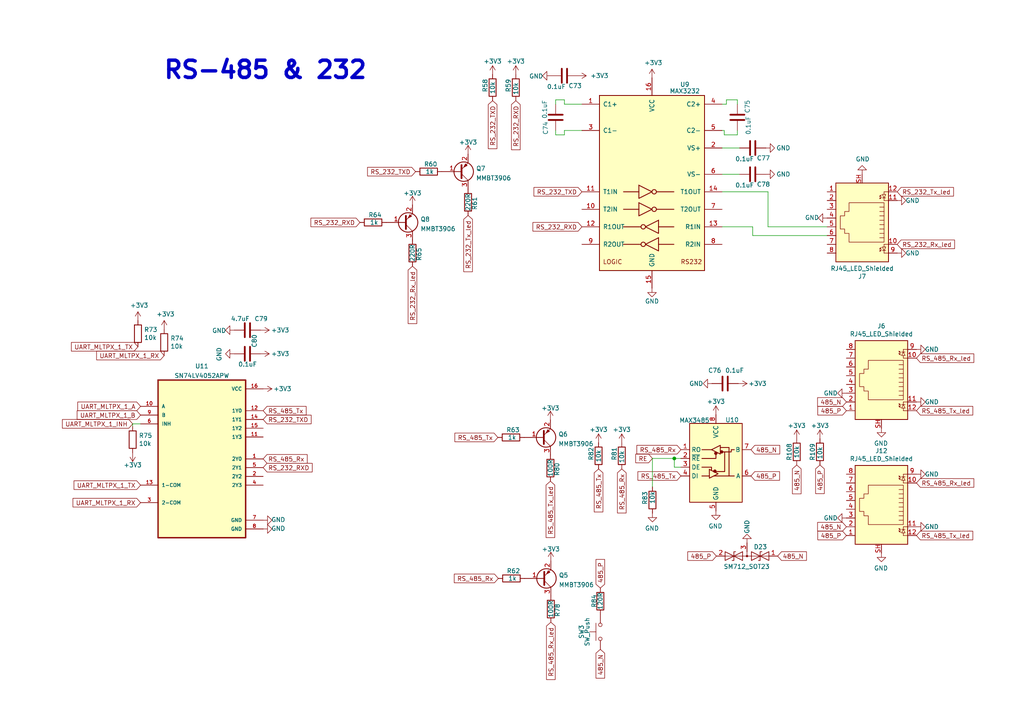
<source format=kicad_sch>
(kicad_sch (version 20211123) (generator eeschema)
  (paper "A4")
  (lib_symbols
    (symbol "Connector:RJ45_LED_Shielded" (pin_names (offset 1.016))
      (property "Reference" "J" (at -5.08 13.97 0))
      (property "Value" "RJ45_LED_Shielded" (at 1.27 13.97 0))
      (symbol "RJ45_LED_Shielded_0_1"
        (polyline (pts (xy -7.62 -7.62) (xy -6.35 -7.62)))
        (polyline (pts (xy -7.62 -5.08) (xy -6.35 -5.08)))
        (polyline (pts (xy -7.62 7.62) (xy -6.35 7.62)))
        (polyline (pts (xy -7.62 10.16) (xy -6.35 10.16)))
        (polyline (pts (xy -6.858 -5.842) (xy -5.842 -5.842)))
        (polyline (pts (xy -6.858 9.398) (xy -5.842 9.398)))
        (polyline (pts (xy -6.35 -7.62) (xy -6.35 -6.858)))
        (polyline (pts (xy -6.35 -5.08) (xy -6.35 -5.842)))
        (polyline (pts (xy -6.35 7.62) (xy -6.35 8.382)))
        (polyline (pts (xy -6.35 10.16) (xy -6.35 9.398)))
        (polyline (pts (xy -5.08 -6.223) (xy -5.207 -6.604)))
        (polyline (pts (xy -5.08 -5.588) (xy -5.207 -5.969)))
        (polyline (pts (xy -5.08 4.445) (xy -6.35 4.445)))
        (polyline (pts (xy -5.08 5.715) (xy -6.35 5.715)))
        (polyline (pts (xy -5.08 9.017) (xy -5.207 8.636)))
        (polyline (pts (xy -5.08 9.652) (xy -5.207 9.271)))
        (polyline (pts (xy -6.35 -3.175) (xy -5.08 -3.175) (xy -5.08 -3.175)))
        (polyline (pts (xy -6.35 -1.905) (xy -5.08 -1.905) (xy -5.08 -1.905)))
        (polyline (pts (xy -6.35 -0.635) (xy -5.08 -0.635) (xy -5.08 -0.635)))
        (polyline (pts (xy -6.35 0.635) (xy -5.08 0.635) (xy -5.08 0.635)))
        (polyline (pts (xy -6.35 1.905) (xy -5.08 1.905) (xy -5.08 1.905)))
        (polyline (pts (xy -5.588 -6.731) (xy -5.08 -6.223) (xy -5.461 -6.35)))
        (polyline (pts (xy -5.588 -6.096) (xy -5.08 -5.588) (xy -5.461 -5.715)))
        (polyline (pts (xy -5.588 8.509) (xy -5.08 9.017) (xy -5.461 8.89)))
        (polyline (pts (xy -5.588 9.144) (xy -5.08 9.652) (xy -5.461 9.525)))
        (polyline (pts (xy -5.08 3.175) (xy -6.35 3.175) (xy -6.35 3.175)))
        (polyline (pts (xy -6.35 -5.842) (xy -6.858 -6.858) (xy -5.842 -6.858) (xy -6.35 -5.842)))
        (polyline (pts (xy -6.35 9.398) (xy -6.858 8.382) (xy -5.842 8.382) (xy -6.35 9.398)))
        (polyline (pts (xy -6.35 -4.445) (xy -6.35 6.985) (xy 3.81 6.985) (xy 3.81 4.445) (xy 5.08 4.445) (xy 5.08 3.175) (xy 6.35 3.175) (xy 6.35 -0.635) (xy 5.08 -0.635) (xy 5.08 -1.905) (xy 3.81 -1.905) (xy 3.81 -4.445) (xy -6.35 -4.445) (xy -6.35 -4.445)))
        (rectangle (start 7.62 12.7) (end -7.62 -10.16) (stroke (width 0.254)) (fill (type background)))
      )
      (symbol "RJ45_LED_Shielded_1_1"
        (pin passive line (at 10.16 -7.62 180) (length 2.54) (name "~") (number "1"))
        (pin passive line (at -10.16 7.62 0) (length 2.54) (name "~") (number "10"))
        (pin passive line (at -10.16 -5.08 0) (length 2.54) (name "~") (number "11"))
        (pin passive line (at -10.16 -7.62 0) (length 2.54) (name "~") (number "12"))
        (pin passive line (at 10.16 -5.08 180) (length 2.54) (name "~") (number "2"))
        (pin passive line (at 10.16 -2.54 180) (length 2.54) (name "~") (number "3"))
        (pin passive line (at 10.16 0 180) (length 2.54) (name "~") (number "4"))
        (pin passive line (at 10.16 2.54 180) (length 2.54) (name "~") (number "5"))
        (pin passive line (at 10.16 5.08 180) (length 2.54) (name "~") (number "6"))
        (pin passive line (at 10.16 7.62 180) (length 2.54) (name "~") (number "7"))
        (pin passive line (at 10.16 10.16 180) (length 2.54) (name "~") (number "8"))
        (pin passive line (at -10.16 10.16 0) (length 2.54) (name "~") (number "9"))
        (pin passive line (at 0 -12.7 90) (length 2.54) (name "~") (number "SH"))
      )
    )
    (symbol "Device:C" (pin_numbers hide) (pin_names (offset 0.254))
      (property "Reference" "C" (at 0.635 2.54 0))
      (property "Value" "C" (at 0.635 -2.54 0))
      (symbol "C_0_1"
        (polyline (pts (xy -2.032 -0.762) (xy 2.032 -0.762)) (stroke (width 0.508)))
        (polyline (pts (xy -2.032 0.762) (xy 2.032 0.762)) (stroke (width 0.508)))
      )
      (symbol "C_1_1"
        (pin passive line (at 0 3.81 270) (length 2.794) (name "~") (number "1"))
        (pin passive line (at 0 -3.81 90) (length 2.794) (name "~") (number "2"))
      )
    )
    (symbol "Device:R" (pin_numbers hide) (pin_names (offset 0))
      (property "Reference" "R" (at 2.032 0 90))
      (property "Value" "R" (at 0 0 90))
      (symbol "R_0_1"
        (rectangle (start -1.016 -2.54) (end 1.016 2.54) (stroke (width 0.254)))
      )
      (symbol "R_1_1"
        (pin passive line (at 0 3.81 270) (length 1.27) (name "~") (number "1"))
        (pin passive line (at 0 -3.81 90) (length 1.27) (name "~") (number "2"))
      )
    )
    (symbol "Diode:SM712_SOT23" (pin_names (offset 1.016) hide)
      (property "Reference" "D" (at 0 4.445 0))
      (property "Value" "SM712_SOT23" (at 0 2.54 0))
      (symbol "SM712_SOT23_0_0"
        (polyline (pts (xy 0 -1.27) (xy 0 0)))
      )
      (symbol "SM712_SOT23_0_1"
        (polyline (pts (xy -6.35 0) (xy 6.35 0)))
        (polyline (pts (xy -3.302 1.27) (xy -3.81 1.27) (xy -3.81 -1.27) (xy -4.318 -1.27)) (stroke (width 0.2032)))
        (polyline (pts (xy 4.318 1.27) (xy 3.81 1.27) (xy 3.81 -1.27) (xy 3.302 -1.27)) (stroke (width 0.2032)))
        (polyline (pts (xy -6.35 -1.27) (xy -1.27 1.27) (xy -1.27 -1.27) (xy -6.35 1.27) (xy -6.35 -1.27)) (stroke (width 0.2032)))
        (polyline (pts (xy 1.27 -1.27) (xy 1.27 1.27) (xy 6.35 -1.27) (xy 6.35 1.27) (xy 1.27 -1.27)) (stroke (width 0.2032)))
        (circle (center 0 0) (radius 0.254) (fill (type outline)))
      )
      (symbol "SM712_SOT23_1_1"
        (pin passive line (at -8.89 0 0) (length 2.54) (name "A1") (number "1"))
        (pin passive line (at 8.89 0 180) (length 2.54) (name "A2") (number "2"))
        (pin input line (at 0 -3.81 90) (length 2.54) (name "common") (number "3"))
      )
    )
    (symbol "Interface_UART:MAX3232" (pin_names (offset 1.016))
      (property "Reference" "U" (at -2.54 28.575 0))
      (property "Value" "MAX3232" (at -2.54 26.67 0))
      (symbol "MAX3232_0_0"
        (text "LOGIC" (at -11.43 -22.86 0) (effects (font (size 1.27 1.27))))
        (text "RS232" (at 11.43 -22.86 0) (effects (font (size 1.27 1.27))))
      )
      (symbol "MAX3232_0_1"
        (rectangle (start -15.24 -25.4) (end 15.24 25.4) (stroke (width 0.254)) (fill (type background)))
        (circle (center -2.54 -17.78) (radius 0.635) (stroke (width 0.254)))
        (circle (center -2.54 -12.7) (radius 0.635) (stroke (width 0.254)))
        (polyline (pts (xy -3.81 -7.62) (xy -8.255 -7.62)) (stroke (width 0.254)))
        (polyline (pts (xy -3.81 -2.54) (xy -8.255 -2.54)) (stroke (width 0.254)))
        (polyline (pts (xy -3.175 -17.78) (xy -8.255 -17.78)) (stroke (width 0.254)))
        (polyline (pts (xy -3.175 -12.7) (xy -8.255 -12.7)) (stroke (width 0.254)))
        (polyline (pts (xy 1.27 -7.62) (xy 6.35 -7.62)) (stroke (width 0.254)))
        (polyline (pts (xy 1.27 -2.54) (xy 6.35 -2.54)) (stroke (width 0.254)))
        (polyline (pts (xy 1.905 -17.78) (xy 6.35 -17.78)) (stroke (width 0.254)))
        (polyline (pts (xy 1.905 -12.7) (xy 6.35 -12.7)) (stroke (width 0.254)))
        (polyline (pts (xy -3.81 -5.715) (xy -3.81 -9.525) (xy 0 -7.62) (xy -3.81 -5.715)) (stroke (width 0.254)))
        (polyline (pts (xy -3.81 -0.635) (xy -3.81 -4.445) (xy 0 -2.54) (xy -3.81 -0.635)) (stroke (width 0.254)))
        (polyline (pts (xy 1.905 -15.875) (xy 1.905 -19.685) (xy -1.905 -17.78) (xy 1.905 -15.875)) (stroke (width 0.254)))
        (polyline (pts (xy 1.905 -10.795) (xy 1.905 -14.605) (xy -1.905 -12.7) (xy 1.905 -10.795)) (stroke (width 0.254)))
        (circle (center 0.635 -7.62) (radius 0.635) (stroke (width 0.254)))
        (circle (center 0.635 -2.54) (radius 0.635) (stroke (width 0.254)))
      )
      (symbol "MAX3232_1_1"
        (pin passive line (at -20.32 22.86 0) (length 5.08) (name "C1+") (number "1"))
        (pin input line (at -20.32 -7.62 0) (length 5.08) (name "T2IN") (number "10"))
        (pin input line (at -20.32 -2.54 0) (length 5.08) (name "T1IN") (number "11"))
        (pin output line (at -20.32 -12.7 0) (length 5.08) (name "R1OUT") (number "12"))
        (pin input line (at 20.32 -12.7 180) (length 5.08) (name "R1IN") (number "13"))
        (pin output line (at 20.32 -2.54 180) (length 5.08) (name "T1OUT") (number "14"))
        (pin power_in line (at 0 -30.48 90) (length 5.08) (name "GND") (number "15"))
        (pin power_in line (at 0 30.48 270) (length 5.08) (name "VCC") (number "16"))
        (pin power_out line (at 20.32 10.16 180) (length 5.08) (name "VS+") (number "2"))
        (pin passive line (at -20.32 15.24 0) (length 5.08) (name "C1-") (number "3"))
        (pin passive line (at 20.32 22.86 180) (length 5.08) (name "C2+") (number "4"))
        (pin passive line (at 20.32 15.24 180) (length 5.08) (name "C2-") (number "5"))
        (pin power_out line (at 20.32 2.54 180) (length 5.08) (name "VS-") (number "6"))
        (pin output line (at 20.32 -7.62 180) (length 5.08) (name "T2OUT") (number "7"))
        (pin input line (at 20.32 -17.78 180) (length 5.08) (name "R2IN") (number "8"))
        (pin output line (at -20.32 -17.78 0) (length 5.08) (name "R2OUT") (number "9"))
      )
    )
    (symbol "Interface_UART:MAX3485"
      (property "Reference" "U" (at -6.096 11.43 0))
      (property "Value" "MAX3485" (at 0.762 11.43 0))
      (symbol "MAX3485_0_1"
        (rectangle (start -7.62 10.16) (end 7.62 -12.7) (stroke (width 0.254)) (fill (type background)))
        (circle (center -0.3048 -3.683) (radius 0.3556) (stroke (width 0.254)) (fill (type outline)))
        (circle (center -0.0254 1.4986) (radius 0.3556) (stroke (width 0.254)) (fill (type outline)))
        (polyline (pts (xy -4.064 -5.08) (xy -1.905 -5.08)) (stroke (width 0.254)))
        (polyline (pts (xy -4.064 2.54) (xy -1.27 2.54)) (stroke (width 0.254)))
        (polyline (pts (xy -1.27 -3.2004) (xy -1.27 -3.4544)) (stroke (width 0.254)))
        (polyline (pts (xy -0.635 -5.08) (xy 5.334 -5.08)) (stroke (width 0.254)))
        (polyline (pts (xy -4.064 -2.54) (xy -1.27 -2.54) (xy -1.27 -3.175)) (stroke (width 0.254)))
        (polyline (pts (xy 0 1.27) (xy 0 0) (xy -4.064 0)) (stroke (width 0.254)))
        (polyline (pts (xy 1.27 3.175) (xy 3.81 3.175) (xy 3.81 -5.08)) (stroke (width 0.254)))
        (polyline (pts (xy 2.54 1.905) (xy 2.54 -3.81) (xy 0 -3.81)) (stroke (width 0.254)))
        (polyline (pts (xy -1.905 -3.175) (xy -1.905 -5.715) (xy 0.635 -4.445) (xy -1.905 -3.175)) (stroke (width 0.254)))
        (polyline (pts (xy -1.27 2.54) (xy 1.27 3.81) (xy 1.27 1.27) (xy -1.27 2.54)) (stroke (width 0.254)))
        (polyline (pts (xy 1.905 1.905) (xy 4.445 1.905) (xy 4.445 2.54) (xy 5.334 2.54)) (stroke (width 0.254)))
        (rectangle (start 1.27 3.175) (end 1.27 3.175))
        (circle (center 1.651 1.905) (radius 0.3556) (stroke (width 0.254)) (fill (type outline)))
      )
      (symbol "MAX3485_1_1"
        (pin output line (at -10.16 2.54 0) (length 2.54) (name "RO") (number "1"))
        (pin input line (at -10.16 0 0) (length 2.54) (name "~{RE}") (number "2"))
        (pin input line (at -10.16 -2.54 0) (length 2.54) (name "DE") (number "3"))
        (pin input line (at -10.16 -5.08 0) (length 2.54) (name "DI") (number "4"))
        (pin power_in line (at 0 -15.24 90) (length 2.54) (name "GND") (number "5"))
        (pin bidirectional line (at 10.16 -5.08 180) (length 2.54) (name "A") (number "6"))
        (pin bidirectional line (at 10.16 2.54 180) (length 2.54) (name "B") (number "7"))
        (pin power_in line (at 0 12.7 270) (length 2.54) (name "VCC") (number "8"))
      )
    )
    (symbol "Switch:SW_Push" (pin_numbers hide) (pin_names (offset 1.016) hide)
      (property "Reference" "SW" (at 1.27 2.54 0))
      (property "Value" "SW_Push" (at 0 -1.524 0))
      (symbol "SW_Push_0_1"
        (circle (center -2.032 0) (radius 0.508))
        (polyline (pts (xy 0 1.27) (xy 0 3.048)))
        (polyline (pts (xy 2.54 1.27) (xy -2.54 1.27)))
        (circle (center 2.032 0) (radius 0.508))
        (pin passive line (at -5.08 0 0) (length 2.54) (name "1") (number "1"))
        (pin passive line (at 5.08 0 180) (length 2.54) (name "2") (number "2"))
      )
    )
    (symbol "Symbols:SN74LV4052APW" (pin_names (offset 1.016))
      (property "Reference" "U" (at -12.7 23.8506 0))
      (property "Value" "SN74LV4052APW" (at -12.7 -26.8478 0))
      (symbol "SN74LV4052APW_0_0"
        (rectangle (start -12.7 -22.86) (end 12.7 22.86) (stroke (width 0.4064)) (fill (type background)))
        (pin output line (at 17.78 0 180) (length 5.08) (name "2Y0") (number "1"))
        (pin input line (at -17.78 15.24 0) (length 5.08) (name "A") (number "10"))
        (pin output line (at 17.78 6.35 180) (length 5.08) (name "1Y3") (number "11"))
        (pin output line (at 17.78 13.97 180) (length 5.08) (name "1Y0") (number "12"))
        (pin bidirectional line (at -17.78 -7.62 0) (length 5.08) (name "1-COM") (number "13"))
        (pin output line (at 17.78 11.43 180) (length 5.08) (name "1Y1") (number "14"))
        (pin output line (at 17.78 8.89 180) (length 5.08) (name "1Y2") (number "15"))
        (pin power_in line (at 17.78 20.32 180) (length 5.08) (name "VCC") (number "16"))
        (pin output line (at 17.78 -5.08 180) (length 5.08) (name "2Y2") (number "2"))
        (pin bidirectional line (at -17.78 -12.7 0) (length 5.08) (name "2-COM") (number "3"))
        (pin output line (at 17.78 -7.62 180) (length 5.08) (name "2Y3") (number "4"))
        (pin output line (at 17.78 -2.54 180) (length 5.08) (name "2Y1") (number "5"))
        (pin input line (at -17.78 10.16 0) (length 5.08) (name "INH") (number "6"))
        (pin power_in line (at 17.78 -17.78 180) (length 5.08) (name "GND") (number "7"))
        (pin power_in line (at 17.78 -20.32 180) (length 5.08) (name "GND") (number "8"))
        (pin input line (at -17.78 12.7 0) (length 5.08) (name "B") (number "9"))
      )
    )
    (symbol "Transistor_BJT:MMBT3906" (pin_names (offset 0) hide)
      (property "Reference" "Q" (at 5.08 1.905 0))
      (property "Value" "MMBT3906" (at 5.08 0 0))
      (symbol "MMBT3906_0_1"
        (polyline (pts (xy 0.635 0.635) (xy 2.54 2.54)))
        (polyline (pts (xy 0.635 -0.635) (xy 2.54 -2.54) (xy 2.54 -2.54)))
        (polyline (pts (xy 0.635 1.905) (xy 0.635 -1.905) (xy 0.635 -1.905)) (stroke (width 0.508)))
        (polyline (pts (xy 2.286 -1.778) (xy 1.778 -2.286) (xy 1.27 -1.27) (xy 2.286 -1.778) (xy 2.286 -1.778)) (fill (type outline)))
        (circle (center 1.27 0) (radius 2.8194) (stroke (width 0.254)))
      )
      (symbol "MMBT3906_1_1"
        (pin input line (at -5.08 0 0) (length 5.715) (name "B") (number "1"))
        (pin passive line (at 2.54 -5.08 90) (length 2.54) (name "E") (number "2"))
        (pin passive line (at 2.54 5.08 270) (length 2.54) (name "C") (number "3"))
      )
    )
    (symbol "power:+3.3V" (power) (pin_names (offset 0))
      (property "Value" "+3.3V" (at 0 3.556 0))
      (symbol "+3.3V_0_1"
        (polyline (pts (xy -0.762 1.27) (xy 0 2.54)))
        (polyline (pts (xy 0 0) (xy 0 2.54)))
        (polyline (pts (xy 0 2.54) (xy 0.762 1.27)))
      )
      (symbol "+3.3V_1_1"
        (pin power_in line (at 0 0 90) (length 0) hide (name "+3V3") (number "1"))
      )
    )
    (symbol "power:GND" (power) (pin_names (offset 0))
      (property "Value" "GND" (at 0 -3.81 0))
      (symbol "GND_0_1"
        (polyline (pts (xy 0 0) (xy 0 -1.27) (xy 1.27 -1.27) (xy 0 -2.54) (xy -1.27 -1.27) (xy 0 -1.27)))
      )
      (symbol "GND_1_1"
        (pin power_in line (at 0 0 270) (length 0) hide (name "GND") (number "1"))
      )
    )
  )
  (junction (at 195.58 132.969))
  (wire (pts (xy 189.23 132.969) (xy 189.23 141.224)))
  (wire (pts (xy 197.485 132.969) (xy 195.58 132.969)))
  (wire (pts (xy 195.58 135.509) (xy 195.58 132.969)))
  (wire (pts (xy 161.163 39.116) (xy 163.703 39.116)))
  (wire (pts (xy 210.058 39.116) (xy 213.868 39.116)))
  (wire (pts (xy 213.868 39.116) (xy 213.868 37.846)))
  (wire (pts (xy 161.163 37.846) (xy 161.163 39.116)))
  (wire (pts (xy 239.903 65.786) (xy 222.758 65.786)))
  (wire (pts (xy 195.58 132.969) (xy 189.23 132.969)))
  (wire (pts (xy 210.693 30.226) (xy 210.693 28.956)))
  (wire (pts (xy 163.703 28.956) (xy 163.703 30.226)))
  (wire (pts (xy 163.703 39.116) (xy 163.703 37.846)))
  (wire (pts (xy 161.163 30.226) (xy 161.163 28.956)))
  (wire (pts (xy 38.481 122.936) (xy 40.767 122.936)))
  (wire (pts (xy 197.485 135.509) (xy 195.58 135.509)))
  (wire (pts (xy 213.868 28.956) (xy 213.868 30.226)))
  (wire (pts (xy 239.903 68.326) (xy 218.313 68.326)))
  (wire (pts (xy 210.058 37.846) (xy 210.058 39.116)))
  (wire (pts (xy 209.423 42.926) (xy 214.503 42.926)))
  (wire (pts (xy 222.758 55.626) (xy 209.423 55.626)))
  (wire (pts (xy 210.693 28.956) (xy 213.868 28.956)))
  (wire (pts (xy 163.703 37.846) (xy 168.783 37.846)))
  (wire (pts (xy 214.503 50.546) (xy 209.423 50.546)))
  (wire (pts (xy 222.758 65.786) (xy 222.758 55.626)))
  (wire (pts (xy 218.313 68.326) (xy 218.313 65.786)))
  (wire (pts (xy 38.481 123.698) (xy 38.481 122.936)))
  (wire (pts (xy 209.423 37.846) (xy 210.058 37.846)))
  (wire (pts (xy 209.423 30.226) (xy 210.693 30.226)))
  (wire (pts (xy 218.313 65.786) (xy 209.423 65.786)))
  (wire (pts (xy 163.703 30.226) (xy 168.783 30.226)))
  (wire (pts (xy 161.163 28.956) (xy 163.703 28.956)))
  (text "RS-485 & 232" (at 47.117 23.368 0) (effects (font (size 5.0038 5.0038) (thickness 1.0008) bold) (justify left bottom)))
  (global_label "485_P" (shape input) (at 237.8202 134.874 270) (property "Intersheet References" "${INTERSHEET_REFS}" (effects hide)))
  (global_label "485_N" (shape input) (at 174.117 188.341 270) (property "Intersheet References" "${INTERSHEET_REFS}" (effects hide)))
  (global_label "RS_485_Rx" (shape input) (at 144.526 167.767 180) (property "Intersheet References" "${INTERSHEET_REFS}" (effects hide)))
  (global_label "RS_232_RXD" (shape input) (at 168.783 65.786 180) (property "Intersheet References" "${INTERSHEET_REFS}" (effects hide)))
  (global_label "485_P" (shape input) (at 245.491 119.126 180) (property "Intersheet References" "${INTERSHEET_REFS}" (effects hide)))
  (global_label "485_P" (shape input) (at 207.772 161.29 180) (property "Intersheet References" "${INTERSHEET_REFS}" (effects hide)))
  (global_label "RS_485_Rx_led" (shape input) (at 265.811 103.886 0) (property "Intersheet References" "${INTERSHEET_REFS}" (effects hide)))
  (global_label "RS_485_Tx_led" (shape input) (at 159.639 139.573 270) (property "Intersheet References" "${INTERSHEET_REFS}" (effects hide)))
  (global_label "RS_485_Rx_led" (shape input) (at 265.811 140.081 0) (property "Intersheet References" "${INTERSHEET_REFS}" (effects hide)))
  (global_label "RS_232_Rx_led" (shape input) (at 119.634 77.216 270) (property "Intersheet References" "${INTERSHEET_REFS}" (effects hide)))
  (global_label "RS_485_Tx" (shape input) (at 76.327 119.126 0) (property "Intersheet References" "${INTERSHEET_REFS}" (effects hide)))
  (global_label "UART_MLTPX_1_INH" (shape input) (at 38.481 122.936 180) (property "Intersheet References" "${INTERSHEET_REFS}" (effects hide)))
  (global_label "485_N" (shape input) (at 231.0892 134.874 270) (property "Intersheet References" "${INTERSHEET_REFS}" (effects hide)))
  (global_label "RS_232_Rx_led" (shape input) (at 260.223 70.866 0) (property "Intersheet References" "${INTERSHEET_REFS}" (effects hide)))
  (global_label "RS_485_Tx" (shape input) (at 197.485 138.049 180) (property "Intersheet References" "${INTERSHEET_REFS}" (effects hide)))
  (global_label "RS_485_Tx" (shape input) (at 144.399 126.873 180) (property "Intersheet References" "${INTERSHEET_REFS}" (effects hide)))
  (global_label "RS_485_Tx_led" (shape input) (at 265.811 155.321 0) (property "Intersheet References" "${INTERSHEET_REFS}" (effects hide)))
  (global_label "RS_485_Rx" (shape input) (at 76.327 133.096 0) (property "Intersheet References" "${INTERSHEET_REFS}" (effects hide)))
  (global_label "RS_232_RXD" (shape input) (at 149.606 29.21 270) (property "Intersheet References" "${INTERSHEET_REFS}" (effects hide)))
  (global_label "485_N" (shape input) (at 245.491 152.781 180) (property "Intersheet References" "${INTERSHEET_REFS}" (effects hide)))
  (global_label "RE" (shape input) (at 189.23 132.969 180) (property "Intersheet References" "${INTERSHEET_REFS}" (effects hide)))
  (global_label "RS_485_Rx" (shape input) (at 180.34 136.017 270) (property "Intersheet References" "${INTERSHEET_REFS}" (effects hide)))
  (global_label "RS_485_Rx" (shape input) (at 197.485 130.429 180) (property "Intersheet References" "${INTERSHEET_REFS}" (effects hide)))
  (global_label "UART_MLTPX_1_A" (shape input) (at 40.767 117.856 180) (property "Intersheet References" "${INTERSHEET_REFS}" (effects hide)))
  (global_label "RS_485_Tx_led" (shape input) (at 265.811 119.126 0) (property "Intersheet References" "${INTERSHEET_REFS}" (effects hide)))
  (global_label "RS_232_TXD" (shape input) (at 168.783 55.626 180) (property "Intersheet References" "${INTERSHEET_REFS}" (effects hide)))
  (global_label "RS_232_RXD" (shape input) (at 76.327 135.636 0) (property "Intersheet References" "${INTERSHEET_REFS}" (effects hide)))
  (global_label "485_N" (shape input) (at 225.552 161.29 0) (property "Intersheet References" "${INTERSHEET_REFS}" (effects hide)))
  (global_label "RS_485_Rx_led" (shape input) (at 159.766 180.467 270) (property "Intersheet References" "${INTERSHEET_REFS}" (effects hide)))
  (global_label "RS_232_Tx_led" (shape input) (at 260.223 55.626 0) (property "Intersheet References" "${INTERSHEET_REFS}" (effects hide)))
  (global_label "RS_232_Tx_led" (shape input) (at 135.763 62.484 270) (property "Intersheet References" "${INTERSHEET_REFS}" (effects hide)))
  (global_label "RS_232_TXD" (shape input) (at 142.875 29.21 270) (property "Intersheet References" "${INTERSHEET_REFS}" (effects hide)))
  (global_label "UART_MLTPX_1_RX" (shape input) (at 40.767 145.796 180) (property "Intersheet References" "${INTERSHEET_REFS}" (effects hide)))
  (global_label "UART_MLTPX_1_TX" (shape input) (at 40.005 100.584 180) (property "Intersheet References" "${INTERSHEET_REFS}" (effects hide)))
  (global_label "RS_232_RXD" (shape input) (at 104.394 64.516 180) (property "Intersheet References" "${INTERSHEET_REFS}" (effects hide)))
  (global_label "UART_MLTPX_1_TX" (shape input) (at 40.767 140.716 180) (property "Intersheet References" "${INTERSHEET_REFS}" (effects hide)))
  (global_label "RS_232_TXD" (shape input) (at 120.523 49.784 180) (property "Intersheet References" "${INTERSHEET_REFS}" (effects hide)))
  (global_label "RS_232_TXD" (shape input) (at 76.327 121.666 0) (property "Intersheet References" "${INTERSHEET_REFS}" (effects hide)))
  (global_label "UART_MLTPX_1_B" (shape input) (at 40.767 120.396 180) (property "Intersheet References" "${INTERSHEET_REFS}" (effects hide)))
  (global_label "485_P" (shape input) (at 217.805 138.049 0) (property "Intersheet References" "${INTERSHEET_REFS}" (effects hide)))
  (global_label "485_P" (shape input) (at 245.491 155.321 180) (property "Intersheet References" "${INTERSHEET_REFS}" (effects hide)))
  (global_label "485_N" (shape input) (at 217.805 130.429 0) (property "Intersheet References" "${INTERSHEET_REFS}" (effects hide)))
  (global_label "485_P" (shape input) (at 174.117 170.561 90) (property "Intersheet References" "${INTERSHEET_REFS}" (effects hide)))
  (global_label "UART_MLTPX_1_RX" (shape input) (at 47.625 103.124 180) (property "Intersheet References" "${INTERSHEET_REFS}" (effects hide)))
  (global_label "485_N" (shape input) (at 245.491 116.586 180) (property "Intersheet References" "${INTERSHEET_REFS}" (effects hide)))
  (global_label "RS_485_Tx" (shape input) (at 173.609 136.017 270) (property "Intersheet References" "${INTERSHEET_REFS}" (effects hide)))
  (symbol (lib_id "Transistor_BJT:MMBT3906") (at 157.099 126.873 0) (mirror x) (unit 1)
    (property "Reference" "Q6" (at 161.9504 125.9645 0) (effects (justify left)))
    (property "Value" "MMBT3906" (at 161.9504 128.7396 0) (effects (justify left)))
    (property "Footprint" "Package_TO_SOT_SMD:SOT-23" (effects hide))
    (property "Datasheet" "https://www.onsemi.com/pub/Collateral/2N3906-D.PDF" (effects hide))
  )
  (symbol (lib_id "power:+3.3V") (at 189.103 22.606 0) (unit 1)
    (property "Reference" "#PWR045" (effects hide))
    (property "Value" "+3.3V" (at 189.484 18.2118 0))
  )
  (symbol (lib_id "power:GND") (at 216.662 157.48 180) (unit 1)
    (property "Reference" "#PWR035" (effects hide))
    (property "Value" "GND" (at 216.662 152.781 90))
  )
  (symbol (lib_id "Connector:RJ45_LED_Shielded") (at 255.651 147.701 0) (mirror y) (unit 1)
    (property "Reference" "J12" (at 255.651 130.7592 0))
    (property "Value" "RJ45_LED_Shielded" (at 255.651 133.0706 0))
    (property "Footprint" "Connector_RJ:RJ45_Amphenol_RJHSE538X" (effects hide))
  )
  (symbol (lib_id "power:+3.3V") (at 40.005 92.964 0) (unit 1)
    (property "Reference" "#PWR055" (effects hide))
    (property "Value" "+3.3V" (at 40.386 88.5698 0))
  )
  (symbol (lib_id "Transistor_BJT:MMBT3906") (at 157.226 167.767 0) (mirror x) (unit 1)
    (property "Reference" "Q5" (at 162.0774 166.8585 0) (effects (justify left)))
    (property "Value" "MMBT3906" (at 162.0774 169.6336 0) (effects (justify left)))
    (property "Footprint" "Package_TO_SOT_SMD:SOT-23" (effects hide))
    (property "Datasheet" "https://www.onsemi.com/pub/Collateral/2N3906-D.PDF" (effects hide))
  )
  (symbol (lib_id "power:GND") (at 222.123 50.546 90) (unit 1)
    (property "Reference" "#PWR048" (effects hide))
    (property "Value" "GND" (at 227.203 50.546 90))
  )
  (symbol (lib_id "power:GND") (at 222.123 42.926 90) (unit 1)
    (property "Reference" "#PWR046" (effects hide))
    (property "Value" "GND" (at 227.203 42.926 90))
  )
  (symbol (lib_id "power:+3.3V") (at 135.763 44.704 0) (mirror y) (unit 1)
    (property "Reference" "#PWR047" (effects hide))
    (property "Value" "+3.3V" (at 135.763 41.275 0))
  )
  (symbol (lib_id "power:GND") (at 189.103 83.566 0) (unit 1)
    (property "Reference" "#PWR054" (effects hide))
    (property "Value" "GND" (at 189.103 87.376 0))
  )
  (symbol (lib_id "Connector:RJ45_LED_Shielded") (at 250.063 63.246 180) (unit 1)
    (property "Reference" "J7" (at 250.063 80.1878 0))
    (property "Value" "RJ45_LED_Shielded" (at 250.063 77.8764 0))
    (property "Footprint" "Connector_RJ:RJ45_Amphenol_RJHSE538X" (effects hide))
  )
  (symbol (lib_id "power:+3.3V") (at 159.639 121.793 0) (mirror y) (unit 1)
    (property "Reference" "#PWR020" (effects hide))
    (property "Value" "+3.3V" (at 159.639 118.364 0))
  )
  (symbol (lib_id "Device:C") (at 218.313 42.926 270) (unit 1)
    (property "Reference" "C77" (at 219.4814 45.847 90) (effects (justify left)))
    (property "Value" "0.1uF" (at 213.233 46.101 90) (effects (justify left)))
    (property "Footprint" "Capacitor_SMD:C_0603_1608Metric" (effects hide))
  )
  (symbol (lib_id "Device:C") (at 71.755 95.758 270) (unit 1)
    (property "Reference" "C79" (at 73.787 92.456 90) (effects (justify left)))
    (property "Value" "4.7uF" (at 66.929 92.456 90) (effects (justify left)))
    (property "Footprint" "Capacitor_SMD:C_0805_2012Metric" (effects hide))
  )
  (symbol (lib_id "power:GND") (at 260.223 73.406 90) (mirror x) (unit 1)
    (property "Reference" "#PWR053" (effects hide))
    (property "Value" "GND" (at 264.668 73.406 90))
  )
  (symbol (lib_id "Switch:SW_Push") (at 174.117 183.261 90) (mirror x) (unit 1)
    (property "Reference" "SW3" (at 168.656 183.261 0))
    (property "Value" "SW_Push" (at 170.307 183.261 0))
    (property "Footprint" "Button_Switch_THT:SW_DIP_SPSTx01_Slide_9.78x4.72mm_W7.62mm_P2.54mm" (effects hide))
  )
  (symbol (lib_id "Device:R") (at 124.333 49.784 90) (mirror x) (unit 1)
    (property "Reference" "R60" (at 126.873 47.625 90) (effects (justify left)))
    (property "Value" "1k" (at 125.857 49.784 90) (effects (justify left)))
    (property "Footprint" "Resistor_SMD:R_0603_1608Metric" (effects hide))
  )
  (symbol (lib_id "power:+3.3V") (at 173.609 128.397 0) (mirror y) (unit 1)
    (property "Reference" "#PWR022" (effects hide))
    (property "Value" "+3.3V" (at 173.609 124.587 0))
  )
  (symbol (lib_id "Device:R") (at 189.23 145.034 0) (mirror x) (unit 1)
    (property "Reference" "R83" (at 187.071 142.494 90) (effects (justify left)))
    (property "Value" "10k" (at 189.23 142.494 90) (effects (justify left)))
    (property "Footprint" "Resistor_SMD:R_0603_1608Metric" (effects hide))
  )
  (symbol (lib_id "Device:C") (at 71.755 102.616 90) (unit 1)
    (property "Reference" "C80" (at 73.787 100.838 0) (effects (justify left)))
    (property "Value" "0.1uF" (at 74.549 105.664 90) (effects (justify left)))
    (property "Footprint" "Capacitor_SMD:C_0603_1608Metric" (effects hide))
  )
  (symbol (lib_id "Device:R") (at 148.336 167.767 90) (mirror x) (unit 1)
    (property "Reference" "R62" (at 150.876 165.608 90) (effects (justify left)))
    (property "Value" "1k" (at 149.86 167.767 90) (effects (justify left)))
    (property "Footprint" "Resistor_SMD:R_0603_1608Metric" (effects hide))
  )
  (symbol (lib_id "Device:R") (at 142.875 25.4 0) (mirror x) (unit 1)
    (property "Reference" "R58" (at 140.716 22.86 90) (effects (justify left)))
    (property "Value" "10k" (at 142.875 23.622 90) (effects (justify left)))
    (property "Footprint" "Resistor_SMD:R_0603_1608Metric" (effects hide))
  )
  (symbol (lib_id "Device:R") (at 149.606 25.4 0) (mirror x) (unit 1)
    (property "Reference" "R59" (at 147.447 22.86 90) (effects (justify left)))
    (property "Value" "10k" (at 149.606 23.876 90) (effects (justify left)))
    (property "Footprint" "Resistor_SMD:R_0603_1608Metric" (effects hide))
  )
  (symbol (lib_id "Transistor_BJT:MMBT3906") (at 133.223 49.784 0) (mirror x) (unit 1)
    (property "Reference" "Q7" (at 138.0744 48.8755 0) (effects (justify left)))
    (property "Value" "MMBT3906" (at 138.0744 51.6506 0) (effects (justify left)))
    (property "Footprint" "Package_TO_SOT_SMD:SOT-23" (effects hide))
    (property "Datasheet" "https://www.onsemi.com/pub/Collateral/2N3906-D.PDF" (effects hide))
  )
  (symbol (lib_id "power:+3.3V") (at 237.8202 127.254 0) (mirror y) (unit 1)
    (property "Reference" "#PWR0313" (effects hide))
    (property "Value" "+3.3V" (at 237.8202 123.444 0))
  )
  (symbol (lib_id "Device:R") (at 237.8202 131.064 0) (mirror x) (unit 1)
    (property "Reference" "R109" (at 235.6612 128.524 90) (effects (justify left)))
    (property "Value" "10k" (at 237.8202 129.54 90) (effects (justify left)))
    (property "Footprint" "Resistor_SMD:R_0603_1608Metric" (effects hide))
  )
  (symbol (lib_id "Transistor_BJT:MMBT3906") (at 117.094 64.516 0) (mirror x) (unit 1)
    (property "Reference" "Q8" (at 121.9454 63.6075 0) (effects (justify left)))
    (property "Value" "MMBT3906" (at 121.9454 66.3826 0) (effects (justify left)))
    (property "Footprint" "Package_TO_SOT_SMD:SOT-23" (effects hide))
    (property "Datasheet" "https://www.onsemi.com/pub/Collateral/2N3906-D.PDF" (effects hide))
  )
  (symbol (lib_id "Device:R") (at 135.763 58.674 0) (mirror y) (unit 1)
    (property "Reference" "R61" (at 137.668 60.96 90) (effects (justify left)))
    (property "Value" "220R" (at 135.763 61.214 90) (effects (justify left)))
    (property "Footprint" "Resistor_SMD:R_0603_1608Metric" (effects hide))
  )
  (symbol (lib_id "power:GND") (at 265.811 137.541 90) (mirror x) (unit 1)
    (property "Reference" "#PWR032" (effects hide))
    (property "Value" "GND" (at 270.256 137.541 90))
  )
  (symbol (lib_id "Interface_UART:MAX3485") (at 207.645 132.969 0) (unit 1)
    (property "Reference" "U10" (at 212.344 121.793 0))
    (property "Value" "MAX3485" (at 201.422 121.92 0))
    (property "Footprint" "Package_SO:SOIC-8_3.9x4.9mm_P1.27mm" (effects hide))
    (property "Datasheet" "https://datasheets.maximintegrated.com/en/ds/MAX3483-MAX3491.pdf" (effects hide))
  )
  (symbol (lib_id "Connector:RJ45_LED_Shielded") (at 255.651 111.506 0) (mirror y) (unit 1)
    (property "Reference" "J6" (at 255.651 94.5642 0))
    (property "Value" "RJ45_LED_Shielded" (at 255.651 96.8756 0))
    (property "Footprint" "Connector_RJ:RJ45_Amphenol_RJHSE538X" (effects hide))
  )
  (symbol (lib_id "Device:R") (at 47.625 99.314 0) (unit 1)
    (property "Reference" "R74" (at 49.403 98.1456 0) (effects (justify left)))
    (property "Value" "10k" (at 49.403 100.457 0) (effects (justify left)))
    (property "Footprint" "Resistor_SMD:R_0603_1608Metric" (effects hide))
  )
  (symbol (lib_id "Device:C") (at 213.868 34.036 0) (unit 1)
    (property "Reference" "C75" (at 216.789 32.8676 90) (effects (justify left)))
    (property "Value" "0.1uF" (at 217.043 39.116 90) (effects (justify left)))
    (property "Footprint" "Capacitor_SMD:C_0603_1608Metric" (effects hide))
  )
  (symbol (lib_id "Device:C") (at 218.313 50.546 270) (unit 1)
    (property "Reference" "C78" (at 219.4814 53.467 90) (effects (justify left)))
    (property "Value" "0.1uF" (at 213.233 53.721 90) (effects (justify left)))
    (property "Footprint" "Capacitor_SMD:C_0603_1608Metric" (effects hide))
  )
  (symbol (lib_id "Device:R") (at 40.005 96.774 0) (unit 1)
    (property "Reference" "R73" (at 41.783 95.6056 0) (effects (justify left)))
    (property "Value" "10k" (at 41.783 97.917 0) (effects (justify left)))
    (property "Footprint" "Resistor_SMD:R_0603_1608Metric" (effects hide))
  )
  (symbol (lib_id "Device:R") (at 148.209 126.873 90) (mirror x) (unit 1)
    (property "Reference" "R63" (at 150.749 124.714 90) (effects (justify left)))
    (property "Value" "1k" (at 149.733 126.873 90) (effects (justify left)))
    (property "Footprint" "Resistor_SMD:R_0603_1608Metric" (effects hide))
  )
  (symbol (lib_id "power:+3.3V") (at 159.766 162.687 0) (mirror y) (unit 1)
    (property "Reference" "#PWR019" (effects hide))
    (property "Value" "+3.3V" (at 159.766 159.258 0))
  )
  (symbol (lib_id "power:GND") (at 255.651 124.206 0) (mirror y) (unit 1)
    (property "Reference" "#PWR031" (effects hide))
    (property "Value" "GND" (at 255.524 128.6002 0))
  )
  (symbol (lib_id "power:+3.3V") (at 231.0892 127.254 0) (mirror y) (unit 1)
    (property "Reference" "#PWR0312" (effects hide))
    (property "Value" "+3.3V" (at 231.0892 123.444 0))
  )
  (symbol (lib_id "Device:R") (at 38.481 127.508 180) (unit 1)
    (property "Reference" "R75" (at 40.259 126.3396 0) (effects (justify right)))
    (property "Value" "10k" (at 40.259 128.651 0) (effects (justify right)))
    (property "Footprint" "Resistor_SMD:R_0603_1608Metric" (effects hide))
  )
  (symbol (lib_id "power:GND") (at 189.23 148.844 0) (mirror y) (unit 1)
    (property "Reference" "#PWR028" (effects hide))
    (property "Value" "GND" (at 189.103 153.2382 0))
  )
  (symbol (lib_id "Device:R") (at 108.204 64.516 90) (mirror x) (unit 1)
    (property "Reference" "R64" (at 110.744 62.357 90) (effects (justify left)))
    (property "Value" "1k" (at 109.728 64.516 90) (effects (justify left)))
    (property "Footprint" "Resistor_SMD:R_0603_1608Metric" (effects hide))
  )
  (symbol (lib_id "power:GND") (at 245.491 114.046 270) (mirror x) (unit 1)
    (property "Reference" "#PWR029" (effects hide))
    (property "Value" "GND" (at 240.919 114.046 90))
  )
  (symbol (lib_id "Device:R") (at 180.34 132.207 0) (mirror x) (unit 1)
    (property "Reference" "R81" (at 178.181 129.667 90) (effects (justify left)))
    (property "Value" "10k" (at 180.34 130.683 90) (effects (justify left)))
    (property "Footprint" "Resistor_SMD:R_0603_1608Metric" (effects hide))
  )
  (symbol (lib_id "power:GND") (at 260.223 58.166 90) (mirror x) (unit 1)
    (property "Reference" "#PWR050" (effects hide))
    (property "Value" "GND" (at 264.668 58.166 90))
  )
  (symbol (lib_id "Device:R") (at 159.639 135.763 0) (mirror y) (unit 1)
    (property "Reference" "R80" (at 161.544 138.049 90) (effects (justify left)))
    (property "Value" "100R" (at 159.639 138.303 90) (effects (justify left)))
    (property "Footprint" "Resistor_SMD:R_0603_1608Metric" (effects hide))
  )
  (symbol (lib_id "Device:R") (at 231.0892 131.064 0) (mirror x) (unit 1)
    (property "Reference" "R108" (at 228.9302 128.524 90) (effects (justify left)))
    (property "Value" "10k" (at 231.0892 129.286 90) (effects (justify left)))
    (property "Footprint" "Resistor_SMD:R_0603_1608Metric" (effects hide))
  )
  (symbol (lib_id "power:+3.3V") (at 119.634 59.436 0) (mirror y) (unit 1)
    (property "Reference" "#PWR051" (effects hide))
    (property "Value" "+3.3V" (at 119.634 56.007 0))
  )
  (symbol (lib_id "power:+3.3V") (at 180.34 128.397 0) (mirror y) (unit 1)
    (property "Reference" "#PWR021" (effects hide))
    (property "Value" "+3.3V" (at 180.34 124.587 0))
  )
  (symbol (lib_id "power:+3.3V") (at 142.875 21.59 0) (mirror y) (unit 1)
    (property "Reference" "#PWR041" (effects hide))
    (property "Value" "+3.3V" (at 142.875 17.78 0))
  )
  (symbol (lib_id "power:GND") (at 239.903 63.246 270) (mirror x) (unit 1)
    (property "Reference" "#PWR052" (effects hide))
    (property "Value" "GND" (at 235.5088 63.119 90))
  )
  (symbol (lib_id "Device:R") (at 159.766 176.657 0) (mirror y) (unit 1)
    (property "Reference" "R78" (at 161.671 178.943 90) (effects (justify left)))
    (property "Value" "100R" (at 159.766 179.197 90) (effects (justify left)))
    (property "Footprint" "Resistor_SMD:R_0603_1608Metric" (effects hide))
  )
  (symbol (lib_id "power:GND") (at 245.491 150.241 270) (mirror x) (unit 1)
    (property "Reference" "#PWR033" (effects hide))
    (property "Value" "GND" (at 240.919 150.241 90))
  )
  (symbol (lib_id "Device:R") (at 173.609 132.207 0) (mirror x) (unit 1)
    (property "Reference" "R82" (at 171.45 129.667 90) (effects (justify left)))
    (property "Value" "10k" (at 173.609 130.429 90) (effects (justify left)))
    (property "Footprint" "Resistor_SMD:R_0603_1608Metric" (effects hide))
  )
  (symbol (lib_id "power:GND") (at 76.327 153.416 90) (unit 1)
    (property "Reference" "#PWR064" (effects hide))
    (property "Value" "GND" (at 80.7212 153.289 90))
  )
  (symbol (lib_id "Interface_UART:MAX3232") (at 189.103 53.086 0) (unit 1)
    (property "Reference" "U9" (at 198.628 24.511 0))
    (property "Value" "MAX3232" (at 198.628 26.416 0))
    (property "Footprint" "Package_SO:SOP-16_3.9x9.9mm_P1.27mm" (effects hide))
    (property "Datasheet" "https://datasheets.maximintegrated.com/en/ds/MAX3222-MAX3241.pdf" (effects hide))
  )
  (symbol (lib_id "Device:R") (at 119.634 73.406 0) (mirror y) (unit 1)
    (property "Reference" "R65" (at 121.539 75.692 90) (effects (justify left)))
    (property "Value" "220R" (at 119.634 75.946 90) (effects (justify left)))
    (property "Footprint" "Resistor_SMD:R_0603_1608Metric" (effects hide))
  )
  (symbol (lib_id "power:+3.3V") (at 47.625 95.504 0) (unit 1)
    (property "Reference" "#PWR056" (effects hide))
    (property "Value" "+3.3V" (at 48.006 91.1098 0))
  )
  (symbol (lib_id "power:+3.3V") (at 167.513 21.971 270) (unit 1)
    (property "Reference" "#PWR044" (effects hide))
    (property "Value" "+3.3V" (at 173.863 21.971 90))
  )
  (symbol (lib_id "power:+3.3V") (at 149.606 21.59 0) (mirror y) (unit 1)
    (property "Reference" "#PWR042" (effects hide))
    (property "Value" "+3.3V" (at 149.606 17.78 0))
  )
  (symbol (lib_id "power:+3.3V") (at 38.481 131.318 180) (unit 1)
    (property "Reference" "#PWR062" (effects hide))
    (property "Value" "+3.3V" (at 38.481 134.874 0))
  )
  (symbol (lib_id "power:GND") (at 159.893 21.971 270) (unit 1)
    (property "Reference" "#PWR043" (effects hide))
    (property "Value" "GND" (at 155.4988 22.098 90))
  )
  (symbol (lib_id "power:GND") (at 67.945 102.616 270) (unit 1)
    (property "Reference" "#PWR059" (effects hide))
    (property "Value" "GND" (at 63.5508 102.743 0))
  )
  (symbol (lib_id "power:GND") (at 265.811 101.346 90) (mirror x) (unit 1)
    (property "Reference" "#PWR026" (effects hide))
    (property "Value" "GND" (at 270.256 101.346 90))
  )
  (symbol (lib_id "power:+3.3V") (at 75.565 95.758 270) (unit 1)
    (property "Reference" "#PWR058" (effects hide))
    (property "Value" "+3.3V" (at 81.28 95.758 90))
  )
  (symbol (lib_id "power:+3.3V") (at 214.122 111.252 270) (mirror x) (unit 1)
    (property "Reference" "#PWR023" (effects hide))
    (property "Value" "+3.3V" (at 219.71 111.252 90))
  )
  (symbol (lib_id "Device:C") (at 163.703 21.971 270) (unit 1)
    (property "Reference" "C73" (at 164.8714 24.892 90) (effects (justify left)))
    (property "Value" "0.1uF" (at 158.623 25.146 90) (effects (justify left)))
    (property "Footprint" "Capacitor_SMD:C_0603_1608Metric" (effects hide))
  )
  (symbol (lib_id "Device:C") (at 210.312 111.252 270) (mirror x) (unit 1)
    (property "Reference" "C76" (at 205.359 107.442 90) (effects (justify left)))
    (property "Value" "0.1uF" (at 210.312 107.442 90) (effects (justify left)))
    (property "Footprint" "Capacitor_SMD:C_0603_1608Metric" (effects hide))
  )
  (symbol (lib_id "power:GND") (at 250.063 50.546 0) (mirror x) (unit 1)
    (property "Reference" "#PWR049" (effects hide))
    (property "Value" "GND" (at 250.19 46.1518 0))
  )
  (symbol (lib_id "power:GND") (at 206.502 111.252 270) (mirror x) (unit 1)
    (property "Reference" "#PWR024" (effects hide))
    (property "Value" "GND" (at 201.93 111.252 90))
  )
  (symbol (lib_id "Diode:SM712_SOT23") (at 216.662 161.29 180) (unit 1)
    (property "Reference" "D23" (at 222.504 158.623 0) (effects (justify left)))
    (property "Value" "SM712_SOT23" (at 223.266 164.338 0) (effects (justify left)))
    (property "Footprint" "Package_TO_SOT_SMD:SOT-23" (effects hide))
    (property "Datasheet" "https://www.littelfuse.com/~/media/electronics/datasheets/tvs_diode_arrays/littelfuse_tvs_diode_array_sm712_datasheet.pdf.pdf" (effects hide))
  )
  (symbol (lib_id "power:GND") (at 67.945 95.758 270) (unit 1)
    (property "Reference" "#PWR057" (effects hide))
    (property "Value" "GND" (at 63.5508 95.885 90))
  )
  (symbol (lib_id "Symbols:SN74LV4052APW") (at 58.547 133.096 0) (unit 1)
    (property "Reference" "U11" (at 58.547 106.1933 0))
    (property "Value" "SN74LV4052APW" (at 58.547 108.9684 0))
    (property "Footprint" "Package_SO:TSSOP-16_4.4x5mm_P0.65mm" (effects hide))
  )
  (symbol (lib_id "power:GND") (at 265.811 116.586 90) (mirror x) (unit 1)
    (property "Reference" "#PWR030" (effects hide))
    (property "Value" "GND" (at 270.256 116.586 90))
  )
  (symbol (lib_id "Device:R") (at 174.117 174.371 0) (mirror y) (unit 1)
    (property "Reference" "R84" (at 172.339 176.276 90) (effects (justify left)))
    (property "Value" "120R" (at 174.117 176.911 90) (effects (justify left)))
    (property "Footprint" "Resistor_SMD:R_0603_1608Metric" (effects hide))
  )
  (symbol (lib_id "power:GND") (at 255.651 160.401 0) (mirror y) (unit 1)
    (property "Reference" "#PWR036" (effects hide))
    (property "Value" "GND" (at 255.524 164.7952 0))
  )
  (symbol (lib_id "Device:C") (at 161.163 34.036 180) (unit 1)
    (property "Reference" "C74" (at 158.242 35.2044 90) (effects (justify left)))
    (property "Value" "0.1uF" (at 157.988 28.956 90) (effects (justify left)))
    (property "Footprint" "Capacitor_SMD:C_0603_1608Metric" (effects hide))
  )
  (symbol (lib_id "power:GND") (at 265.811 152.781 90) (mirror x) (unit 1)
    (property "Reference" "#PWR034" (effects hide))
    (property "Value" "GND" (at 270.256 152.781 90))
  )
  (symbol (lib_id "power:+3.3V") (at 75.565 102.616 270) (unit 1)
    (property "Reference" "#PWR060" (effects hide))
    (property "Value" "+3.3V" (at 81.28 102.616 90))
  )
  (symbol (lib_id "power:GND") (at 76.327 150.876 90) (unit 1)
    (property "Reference" "#PWR063" (effects hide))
    (property "Value" "GND" (at 80.7212 150.749 90))
  )
  (symbol (lib_id "power:+3.3V") (at 207.645 120.269 0) (mirror y) (unit 1)
    (property "Reference" "#PWR025" (effects hide))
    (property "Value" "+3.3V" (at 207.645 116.459 0))
  )
  (symbol (lib_id "power:+3.3V") (at 76.327 112.776 270) (unit 1)
    (property "Reference" "#PWR061" (effects hide))
    (property "Value" "+3.3V" (at 81.915 112.776 90))
  )
  (symbol (lib_id "power:GND") (at 207.645 148.209 0) (mirror y) (unit 1)
    (property "Reference" "#PWR027" (effects hide))
    (property "Value" "GND" (at 207.518 152.6032 0))
  )
)
</source>
